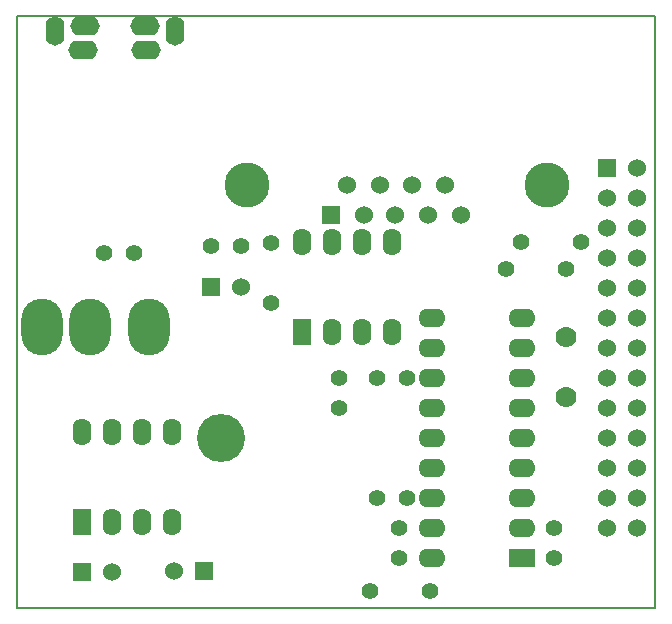
<source format=gts>
G04 (created by PCBNEW (2013-04-19 BZR 4011)-stable) date 13/06/2013 21:19:41*
%MOIN*%
G04 Gerber Fmt 3.4, Leading zero omitted, Abs format*
%FSLAX34Y34*%
G01*
G70*
G90*
G04 APERTURE LIST*
%ADD10C,0.006*%
%ADD11C,0.00787402*%
%ADD12C,0.15*%
%ADD13R,0.06X0.06*%
%ADD14C,0.06*%
%ADD15C,0.16*%
%ADD16C,0.055*%
%ADD17C,0.07*%
%ADD18R,0.062X0.09*%
%ADD19O,0.062X0.09*%
%ADD20R,0.09X0.062*%
%ADD21O,0.09X0.062*%
%ADD22O,0.137795X0.189*%
%ADD23O,0.0629921X0.0984252*%
%ADD24O,0.0984252X0.0629921*%
G04 APERTURE END LIST*
G54D10*
G54D11*
X73525Y-31325D02*
X73525Y-51060D01*
X52255Y-31325D02*
X73525Y-31325D01*
X52255Y-51060D02*
X52255Y-31325D01*
X73525Y-51060D02*
X52255Y-51060D01*
G54D12*
X69905Y-36950D03*
X59905Y-36950D03*
G54D13*
X62705Y-37950D03*
G54D14*
X63805Y-37950D03*
X64855Y-37950D03*
X65955Y-37950D03*
X67055Y-37950D03*
X63255Y-36950D03*
X64355Y-36950D03*
X65405Y-36950D03*
X66505Y-36950D03*
G54D13*
X71900Y-36400D03*
G54D14*
X72900Y-36400D03*
X71900Y-37400D03*
X72900Y-37400D03*
X71900Y-38400D03*
X72900Y-38400D03*
X71900Y-39400D03*
X72900Y-39400D03*
X71900Y-40400D03*
X72900Y-40400D03*
X71900Y-41400D03*
X72900Y-41400D03*
X71900Y-42400D03*
X72900Y-42400D03*
X71900Y-43400D03*
X72900Y-43400D03*
X71900Y-44400D03*
X72900Y-44400D03*
X71900Y-45400D03*
X72900Y-45400D03*
X71900Y-46400D03*
X72900Y-46400D03*
X71900Y-47400D03*
X72900Y-47400D03*
X71900Y-48400D03*
X72900Y-48400D03*
G54D15*
X59055Y-45400D03*
G54D16*
X56140Y-39240D03*
X55140Y-39240D03*
X62980Y-43395D03*
X62980Y-44395D03*
X64985Y-49395D03*
X64985Y-48395D03*
X64245Y-47380D03*
X65245Y-47380D03*
X64240Y-43385D03*
X65240Y-43385D03*
X70145Y-48390D03*
X70145Y-49390D03*
X58725Y-39010D03*
X59725Y-39010D03*
G54D13*
X58490Y-49840D03*
G54D14*
X57490Y-49840D03*
G54D13*
X58725Y-40345D03*
G54D14*
X59725Y-40345D03*
G54D17*
X70550Y-44015D03*
X70550Y-42015D03*
G54D18*
X54430Y-48190D03*
G54D19*
X55430Y-48190D03*
X56430Y-48190D03*
X57430Y-48190D03*
X57430Y-45190D03*
X56430Y-45190D03*
X55430Y-45190D03*
X54430Y-45190D03*
G54D18*
X61755Y-41865D03*
G54D19*
X62755Y-41865D03*
X63755Y-41865D03*
X64755Y-41865D03*
X64755Y-38865D03*
X63755Y-38865D03*
X62755Y-38865D03*
X61755Y-38865D03*
G54D20*
X69065Y-49390D03*
G54D21*
X69065Y-48390D03*
X69065Y-47390D03*
X69065Y-46390D03*
X69065Y-45390D03*
X69065Y-44390D03*
X69065Y-43390D03*
X69065Y-42390D03*
X69065Y-41390D03*
X66065Y-41390D03*
X66065Y-42390D03*
X66065Y-43390D03*
X66065Y-44390D03*
X66065Y-45390D03*
X66065Y-46390D03*
X66065Y-47390D03*
X66065Y-48390D03*
X66065Y-49390D03*
G54D16*
X66010Y-50500D03*
X64010Y-50500D03*
X60710Y-40880D03*
X60710Y-38880D03*
X68550Y-39775D03*
X70550Y-39775D03*
X69060Y-38860D03*
X71060Y-38860D03*
G54D13*
X54430Y-49845D03*
G54D14*
X55430Y-49845D03*
G54D22*
X53093Y-41700D03*
X56637Y-41700D03*
X54668Y-41700D03*
G54D23*
X57511Y-31823D03*
X53518Y-31815D03*
G54D24*
X56558Y-32457D03*
X54463Y-32472D03*
X56499Y-31677D03*
X54530Y-31677D03*
M02*

</source>
